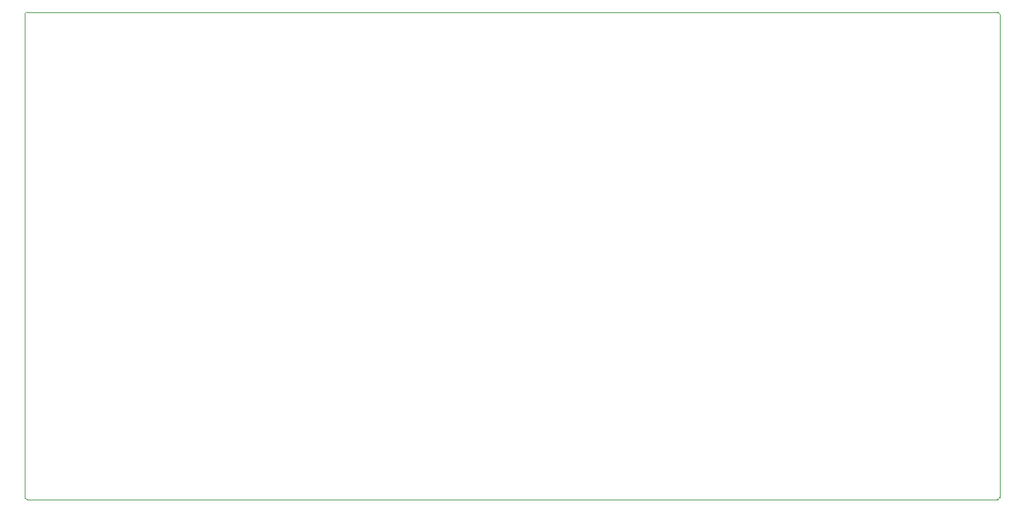
<source format=gbr>
%TF.GenerationSoftware,KiCad,Pcbnew,8.0.8*%
%TF.CreationDate,2025-02-13T16:32:43+11:00*%
%TF.ProjectId,jetson-orin-baseboard,6a657473-6f6e-42d6-9f72-696e2d626173,1.3.0*%
%TF.SameCoordinates,PX1c5f2f0PY7ac91b0*%
%TF.FileFunction,Profile,NP*%
%FSLAX46Y46*%
G04 Gerber Fmt 4.6, Leading zero omitted, Abs format (unit mm)*
G04 Created by KiCad (PCBNEW 8.0.8) date 2025-02-13 16:32:43*
%MOMM*%
%LPD*%
G01*
G04 APERTURE LIST*
%TA.AperFunction,Profile*%
%ADD10C,0.120000*%
%TD*%
G04 APERTURE END LIST*
D10*
X200000Y60000000D02*
X119750000Y60000000D01*
X0Y59800000D02*
G75*
G02*
X200000Y60000000I200000J0D01*
G01*
X250000Y0D02*
G75*
G02*
X0Y250000I0J250000D01*
G01*
X0Y250000D02*
X0Y59800000D01*
X119750000Y0D02*
X250000Y0D01*
X120000000Y59750000D02*
X120000000Y250000D01*
X119750000Y60000000D02*
G75*
G02*
X120000000Y59750000I0J-250000D01*
G01*
X120000000Y250000D02*
G75*
G02*
X119750000Y0I-250000J0D01*
G01*
M02*

</source>
